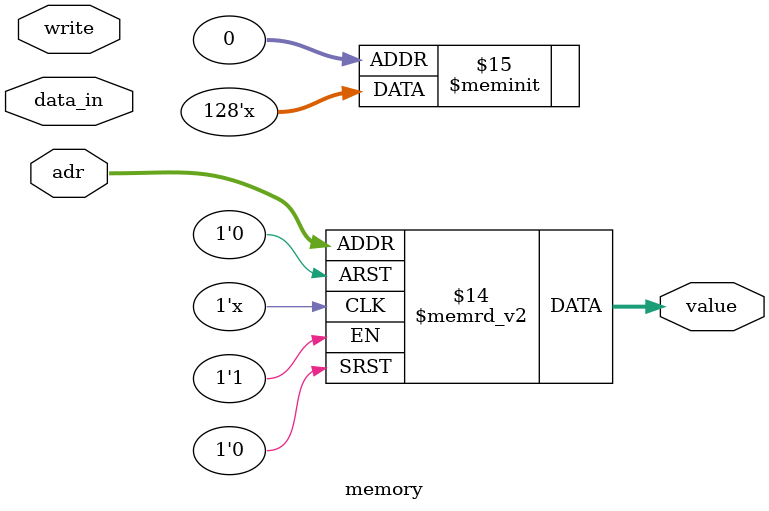
<source format=v>

`default_nettype none 

module memory(
  input  wire write,
  input	 wire [3:0] adr,
  input	 wire [7:0] data_in,
  output reg [7:0] value
);

reg [7:0] mem [0:15];


initial begin 
  mem[0] = 8'b0000_1001;  // LDA 0x09   0x09     Acc = 0x0f
  mem[1] = 8'b0001_1010;  // ADA 0x0A   0x1a     Acc = 1d
  mem[2] = 8'b0010_1011;  // SUB 0x0B   0x2b     Acc = 1c
  mem[3] = 8'b1110_0000;  // OUT        0xe0    (should be 1c)
  mem[4] = 8'b1111_0000;  // HLT        0xf0
  mem[5] = 8'b00010100;
  mem[6] = 8'b00000101;
  mem[7] = 8'b00000110;
  mem[8] = 8'b00000111;
  mem[9] = 8'b00001111;   // 0x0F
  mem[10] = 8'b00001110;  // 0x0E
  mem[11] = 8'b00000001;  // 0x01  
end

always @(*) begin
   if (write) begin
     mem[adr] <= data_in;
   end
   value <= mem[adr];
end

endmodule

</source>
